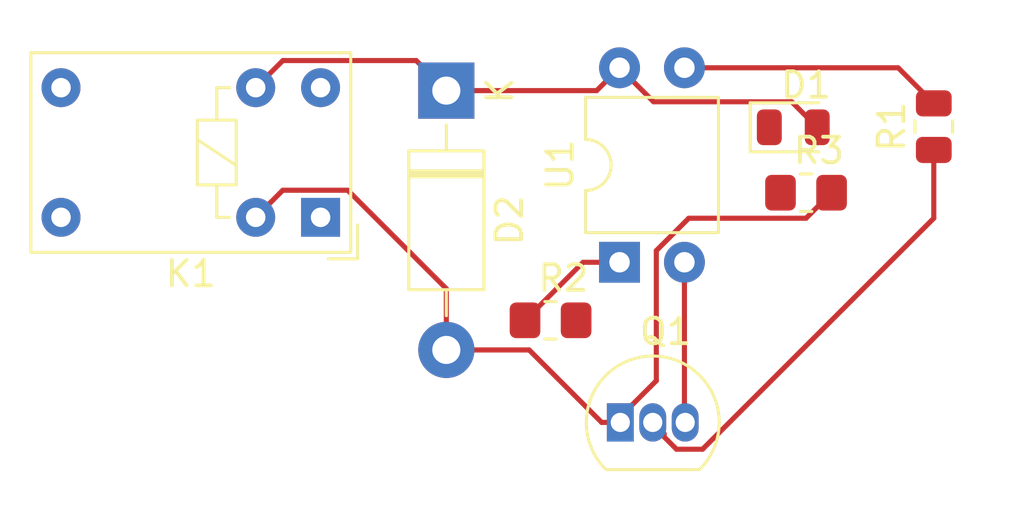
<source format=kicad_pcb>
(kicad_pcb (version 20240108) (generator "pcbnew") (generator_version "8.0")
  (layers (0 "F.Cu" signal) (31 "B.Cu" signal) (34 "B.Paste" user) (35 "F.Paste" user) (36 "B.SilkS" user "B.Silkscreen") (37 "F.SilkS" user "F.Silkscreen") (38 "B.Mask" user) (39 "F.Mask" user) (44 "Edge.Cuts" user))
  (net 0 "")
  (net 1 "Net-(D2-A)")
  (net 2 "5v")
  (net 3 "NO")
  (net 4 "NC")
  (net 5 "COM")
  (net 6 "Net-(Q1-B)")
  (net 7 "GNDREF")
  (net 8 "Net-(R2-Pad1)")
  (net 9 "Net-(R1-Pad2)")
  (net 10 "Net-(D1-K)")
  (net 11 "INPUT")
  (footprint "Package_DIP:DIP-4_W7.62mm" (layer "F.Cu") (at 147.2 73.725 90)
    (property "Reference" "U1" (at 3.81 -2.33 270) (layer "F.SilkS"))
    (property "Value" "PC817")
    (fp_line (start 6.46 -1.33) (end 4.81 -1.33) (stroke (width 0.12)) (layer "F.SilkS"))
    (fp_line (start 2.81 -1.33) (end 1.16 -1.33) (stroke (width 0.12)) (layer "F.SilkS"))
    (fp_line (start 1.16 -1.33) (end 1.16 3.87) (stroke (width 0.12)) (layer "F.SilkS"))
    (fp_line (start 6.46 3.87) (end 6.46 -1.33) (stroke (width 0.12)) (layer "F.SilkS"))
    (fp_line (start 1.16 3.87) (end 6.46 3.87) (stroke (width 0.12)) (layer "F.SilkS"))
    (fp_arc (start 4.81 -1.33) (mid 3.81 -0.33) (end 2.81 -1.33) (stroke (width 0.12)) (layer "F.SilkS"))
    (pad "1" thru_hole rect (at 0 0 90) (size 1.6 1.6) (drill 0.8) (layers "*.Cu" "*.Mask") (net 8 "Net-(R2-Pad1)"))
    (pad "2" thru_hole oval (at 0 2.54 90) (size 1.6 1.6) (drill 0.8) (layers "*.Cu" "*.Mask") (net 7 "GNDREF"))
    (pad "3" thru_hole oval (at 7.62 2.54 90) (size 1.6 1.6) (drill 0.8) (layers "*.Cu" "*.Mask") (net 9 "Net-(R1-Pad2)"))
    (pad "4" thru_hole oval (at 7.62 0 90) (size 1.6 1.6) (drill 0.8) (layers "*.Cu" "*.Mask") (net 2 "5v"))
  )
  (footprint "Resistor_SMD:R_0805_2012Metric_Pad1.20x1.40mm_HandSolder" (layer "F.Cu") (at 144.5 76)
    (property "Reference" "R2" (at 0.5 -1.65 0) (layer "F.SilkS"))
    (property "Value" "220")
    (fp_line (start -0.227064 -0.735) (end 0.227064 -0.735) (stroke (width 0.12)) (layer "F.SilkS"))
    (fp_line (start -0.227064 0.735) (end 0.227064 0.735) (stroke (width 0.12)) (layer "F.SilkS"))
    (pad "1" smd roundrect (at -1 0) (size 1.2 1.4) (layers "F.Cu" "F.Paste" "F.Mask") (roundrect_rratio 0.208333) (net 8 "Net-(R2-Pad1)"))
    (pad "2" smd roundrect (at 1 0) (size 1.2 1.4) (layers "F.Cu" "F.Paste" "F.Mask") (roundrect_rratio 0.208333) (net 11 "INPUT"))
  )
  (footprint "Resistor_SMD:R_0805_2012Metric" (layer "F.Cu") (at 159.5 68.4125 90)
    (property "Reference" "R1" (at 0 -1.65 270) (layer "F.SilkS"))
    (property "Value" "1K")
    (fp_line (start -0.227064 -0.735) (end 0.227064 -0.735) (stroke (width 0.12)) (layer "F.SilkS"))
    (fp_line (start -0.227064 0.735) (end 0.227064 0.735) (stroke (width 0.12)) (layer "F.SilkS"))
    (pad "1" smd roundrect (at -0.9125 0 90) (size 1.025 1.4) (layers "F.Cu" "F.Paste" "F.Mask") (roundrect_rratio 0.243902) (net 6 "Net-(Q1-B)"))
    (pad "2" smd roundrect (at 0.9125 0 90) (size 1.025 1.4) (layers "F.Cu" "F.Paste" "F.Mask") (roundrect_rratio 0.243902) (net 9 "Net-(R1-Pad2)"))
  )
  (footprint "Resistor_SMD:R_0805_2012Metric_Pad1.20x1.40mm_HandSolder" (layer "F.Cu") (at 154.5 71)
    (property "Reference" "R3" (at 0.5 -1.65 0) (layer "F.SilkS"))
    (property "Value" "220")
    (fp_line (start -0.227064 -0.735) (end 0.227064 -0.735) (stroke (width 0.12)) (layer "F.SilkS"))
    (fp_line (start -0.227064 0.735) (end 0.227064 0.735) (stroke (width 0.12)) (layer "F.SilkS"))
    (pad "1" smd roundrect (at -1 0) (size 1.2 1.4) (layers "F.Cu" "F.Paste" "F.Mask") (roundrect_rratio 0.208333) (net 10 "Net-(D1-K)"))
    (pad "2" smd roundrect (at 1 0) (size 1.2 1.4) (layers "F.Cu" "F.Paste" "F.Mask") (roundrect_rratio 0.208333) (net 1 "Net-(D2-A)"))
  )
  (footprint "Relay_THT:Relay_SPDT_HsinDa_Y14" (layer "F.Cu") (at 135.4986 71.9647 180)
    (property "Reference" "K1" (at 5.08 -2.2098 180) (layer "F.SilkS"))
    (property "Value" "Y14x-1C-xxDS")
    (fp_line (start 11.34 6.45) (end 11.34 -1.37) (stroke (width 0.12)) (layer "F.SilkS"))
    (fp_line (start 11.34 -1.37) (end -1.18 -1.37) (stroke (width 0.12)) (layer "F.SilkS"))
    (fp_line (start 4.826 3.81) (end 3.302 3.81) (stroke (width 0.12)) (layer "F.SilkS"))
    (fp_line (start 4.826 1.27) (end 4.826 3.81) (stroke (width 0.12)) (layer "F.SilkS"))
    (fp_line (start 4.064 5.08) (end 3.556 5.08) (stroke (width 0.12)) (layer "F.SilkS"))
    (fp_line (start 4.064 3.81) (end 4.064 5.08) (stroke (width 0.12)) (layer "F.SilkS"))
    (fp_line (start 4.064 0) (end 4.064 1.27) (stroke (width 0.12)) (layer "F.SilkS"))
    (fp_line (start 3.556 0) (end 4.064 0) (stroke (width 0.12)) (layer "F.SilkS"))
    (fp_line (start 3.302 3.81) (end 3.302 1.27) (stroke (width 0.12)) (layer "F.SilkS"))
    (fp_line (start 3.302 2.032) (end 4.826 3.048) (stroke (width 0.12)) (layer "F.SilkS"))
    (fp_line (start 3.302 1.27) (end 4.826 1.27) (stroke (width 0.12)) (layer "F.SilkS"))
    (fp_line (start -0.3048 -1.6256) (end -1.4478 -1.6256) (stroke (width 0.12)) (layer "F.SilkS"))
    (fp_line (start -1.18 6.45) (end 11.34 6.45) (stroke (width 0.12)) (layer "F.SilkS"))
    (fp_line (start -1.18 -1.37) (end -1.18 6.45) (stroke (width 0.12)) (layer "F.SilkS"))
    (fp_line (start -1.4478 -1.6256) (end -1.4478 -0.2921) (stroke (width 0.12)) (layer "F.SilkS"))
    (pad "1" thru_hole rect (at 0 0 180) (size 1.524 1.524) (drill 0.762) (layers "*.Cu" "*.Mask") (net 3 "NO"))
    (pad "2" thru_hole circle (at 0 5.08 180) (size 1.524 1.524) (drill 0.762) (layers "*.Cu" "*.Mask") (net 4 "NC"))
    (pad "3" thru_hole circle (at 2.54 0 180) (size 1.524 1.524) (drill 0.762) (layers "*.Cu" "*.Mask") (net 1 "Net-(D2-A)"))
    (pad "4" thru_hole circle (at 2.54 5.08 180) (size 1.524 1.524) (drill 0.762) (layers "*.Cu" "*.Mask") (net 2 "5v"))
    (pad "5" thru_hole circle (at 10.16 0 180) (size 1.524 1.524) (drill 0.762) (layers "*.Cu" "*.Mask") (net 5 "COM"))
    (pad "6" thru_hole circle (at 10.16 5.08 180) (size 1.524 1.524) (drill 0.762) (layers "*.Cu" "*.Mask") (net 5 "COM"))
  )
  (footprint "Diode_THT:D_DO-41_SOD81_P10.16mm_Horizontal" (layer "F.Cu") (at 140.42 67 -90)
    (property "Reference" "D2" (at 5.08 -2.47 90) (layer "F.SilkS"))
    (property "Value" "1N4007")
    (fp_line (start 2.36 1.47) (end 7.8 1.47) (stroke (width 0.12)) (layer "F.SilkS"))
    (fp_line (start 7.8 1.47) (end 7.8 -1.47) (stroke (width 0.12)) (layer "F.SilkS"))
    (fp_line (start 1.34 0) (end 2.36 0) (stroke (width 0.12)) (layer "F.SilkS"))
    (fp_line (start 8.82 0) (end 7.8 0) (stroke (width 0.12)) (layer "F.SilkS"))
    (fp_line (start 2.36 -1.47) (end 2.36 1.47) (stroke (width 0.12)) (layer "F.SilkS"))
    (fp_line (start 3.14 -1.47) (end 3.14 1.47) (stroke (width 0.12)) (layer "F.SilkS"))
    (fp_line (start 3.26 -1.47) (end 3.26 1.47) (stroke (width 0.12)) (layer "F.SilkS"))
    (fp_line (start 3.38 -1.47) (end 3.38 1.47) (stroke (width 0.12)) (layer "F.SilkS"))
    (fp_line (start 7.8 -1.47) (end 2.36 -1.47) (stroke (width 0.12)) (layer "F.SilkS"))
    (fp_text user "K" (at 0 -2.1 90) (layer "F.SilkS"))
    (pad "1" thru_hole rect (at 0 0 270) (size 2.2 2.2) (drill 1.1) (layers "*.Cu" "*.Mask") (net 2 "5v"))
    (pad "2" thru_hole oval (at 10.16 0 270) (size 2.2 2.2) (drill 1.1) (layers "*.Cu" "*.Mask") (net 1 "Net-(D2-A)"))
  )
  (footprint "LED_SMD:LED_0805_2012Metric" (layer "F.Cu") (at 154 68.4375)
    (property "Reference" "D1" (at 0.5 -1.65 360) (layer "F.SilkS"))
    (property "Value" "LED")
    (fp_line (start -1.685 -0.96) (end -1.685 0.96) (stroke (width 0.12)) (layer "F.SilkS"))
    (fp_line (start -1.685 0.96) (end 1 0.96) (stroke (width 0.12)) (layer "F.SilkS"))
    (fp_line (start 1 -0.96) (end -1.685 -0.96) (stroke (width 0.12)) (layer "F.SilkS"))
    (pad "1" smd roundrect (at -0.9375 0) (size 0.975 1.4) (layers "F.Cu" "F.Paste" "F.Mask") (net 10 "Net-(D1-K)"))
    (pad "2" smd roundrect (at 0.9375 0) (size 0.975 1.4) (layers "F.Cu" "F.Paste" "F.Mask") (net 2 "5v"))
  )
  (footprint "Package_TO_SOT_THT:TO-92_Inline" (layer "F.Cu") (at 147.23 80)
    (property "Reference" "Q1" (at 1.77 -3.56 360) (layer "F.SilkS"))
    (property "Value" "BC547")
    (fp_line (start -0.53 1.85) (end 3.07 1.85) (stroke (width 0.12)) (layer "F.SilkS"))
    (fp_arc (start -0.568478 1.838478) (mid -1.132087 -0.994977) (end 1.27 -2.6) (stroke (width 0.12)) (layer "F.SilkS"))
    (fp_arc (start 1.27 -2.6) (mid 3.672087 -0.994977) (end 3.108478 1.838478) (stroke (width 0.12)) (layer "F.SilkS"))
    (pad "1" thru_hole rect (at 0 0) (size 1.05 1.5) (drill 0.75) (layers "*.Cu" "*.Mask") (net 1 "Net-(D2-A)"))
    (pad "2" thru_hole oval (at 1.27 0) (size 1.05 1.5) (drill 0.75) (layers "*.Cu" "*.Mask") (net 6 "Net-(Q1-B)"))
    (pad "3" thru_hole oval (at 2.54 0) (size 1.05 1.5) (drill 0.75) (layers "*.Cu" "*.Mask") (net 7 "GNDREF"))
  )
  (segment (start 154.5 72) (end 155.5 71) (width 0.2) (layer "F.Cu") (net 1))
  (segment (start 147.23 79.775) (end 148.64 78.365) (width 0.2) (layer "F.Cu") (net 1))
  (segment (start 147.23 80) (end 146.5 80) (width 0.2) (layer "F.Cu") (net 1))
  (segment (start 143.66 77.16) (end 140.42 77.16) (width 0.2) (layer "F.Cu") (net 1))
  (segment (start 149.909365 72) (end 154.5 72) (width 0.2) (layer "F.Cu") (net 1))
  (segment (start 136.5606 70.9027) (end 140.42 74.7621) (width 0.2) (layer "F.Cu") (net 1))
  (segment (start 148.64 73.269365) (end 149.909365 72) (width 0.2) (layer "F.Cu") (net 1))
  (segment (start 134.0206 70.9027) (end 136.5606 70.9027) (width 0.2) (layer "F.Cu") (net 1))
  (segment (start 140.42 74.7621) (end 140.42 77.16) (width 0.2) (layer "F.Cu") (net 1))
  (segment (start 147.23 80) (end 147.23 79.775) (width 0.2) (layer "F.Cu") (net 1))
  (segment (start 148.64 78.365) (end 148.64 73.269365) (width 0.2) (layer "F.Cu") (net 1))
  (segment (start 146.5 80) (end 143.66 77.16) (width 0.2) (layer "F.Cu") (net 1))
  (segment (start 132.9586 71.9647) (end 134.0206 70.9027) (width 0.2) (layer "F.Cu") (net 1))
  (segment (start 132.9586 66.8847) (end 134.0206 65.8227) (width 0.2) (layer "F.Cu") (net 2))
  (segment (start 153.9375 67.4375) (end 154.9375 68.4375) (width 0.2) (layer "F.Cu") (net 2))
  (segment (start 146.305 67) (end 147.2 66.105) (width 0.2) (layer "F.Cu") (net 2))
  (segment (start 148.5325 67.4375) (end 153.9375 67.4375) (width 0.2) (layer "F.Cu") (net 2))
  (segment (start 140.42 67) (end 146.305 67) (width 0.2) (layer "F.Cu") (net 2))
  (segment (start 139.2427 65.8227) (end 140.42 67) (width 0.2) (layer "F.Cu") (net 2))
  (segment (start 134.0206 65.8227) (end 139.2427 65.8227) (width 0.2) (layer "F.Cu") (net 2))
  (segment (start 147.2 66.105) (end 148.5325 67.4375) (width 0.2) (layer "F.Cu") (net 2))
  (segment (start 150.45 81.05) (end 159.5 72) (width 0.2) (layer "F.Cu") (net 6))
  (segment (start 148.945 80.566726) (end 149.428274 81.05) (width 0.2) (layer "F.Cu") (net 6))
  (segment (start 149.428274 81.05) (end 150.45 81.05) (width 0.2) (layer "F.Cu") (net 6))
  (segment (start 148.945 80.445) (end 148.945 80.566726) (width 0.2) (layer "F.Cu") (net 6))
  (segment (start 159.5 72) (end 159.5 69.325) (width 0.2) (layer "F.Cu") (net 6))
  (segment (start 148.5 80) (end 148.945 80.445) (width 0.2) (layer "F.Cu") (net 6))
  (segment (start 149.74 73.725) (end 149.74 79.97) (width 0.2) (layer "F.Cu") (net 7))
  (segment (start 149.74 79.97) (end 149.77 80) (width 0.2) (layer "F.Cu") (net 7))
  (segment (start 145.775 73.725) (end 147.2 73.725) (width 0.2) (layer "F.Cu") (net 8))
  (segment (start 143.5 76) (end 145.775 73.725) (width 0.2) (layer "F.Cu") (net 8))
  (segment (start 158.105 66.105) (end 159.5 67.5) (width 0.2) (layer "F.Cu") (net 9))
  (segment (start 149.74 66.105) (end 158.105 66.105) (width 0.2) (layer "F.Cu") (net 9))
)
</source>
